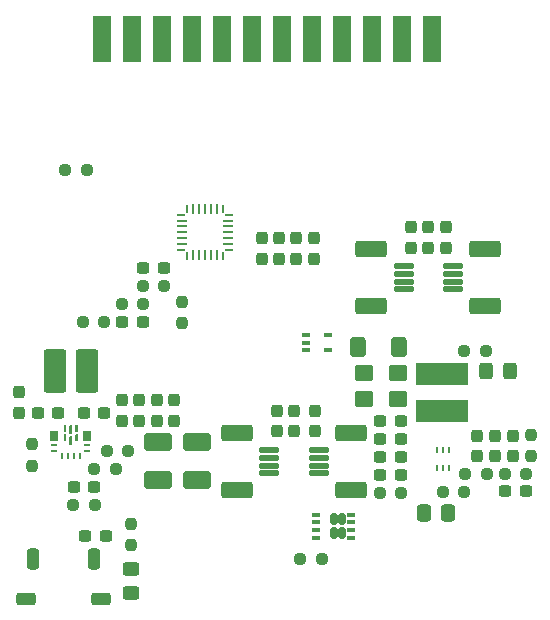
<source format=gtp>
%TF.GenerationSoftware,KiCad,Pcbnew,9.0.0-9.0.0-2~ubuntu24.04.1*%
%TF.CreationDate,2025-02-26T14:58:08+01:00*%
%TF.ProjectId,SupplyBoard,53757070-6c79-4426-9f61-72642e6b6963,rev?*%
%TF.SameCoordinates,Original*%
%TF.FileFunction,Paste,Top*%
%TF.FilePolarity,Positive*%
%FSLAX46Y46*%
G04 Gerber Fmt 4.6, Leading zero omitted, Abs format (unit mm)*
G04 Created by KiCad (PCBNEW 9.0.0-9.0.0-2~ubuntu24.04.1) date 2025-02-26 14:58:08*
%MOMM*%
%LPD*%
G01*
G04 APERTURE LIST*
G04 Aperture macros list*
%AMRoundRect*
0 Rectangle with rounded corners*
0 $1 Rounding radius*
0 $2 $3 $4 $5 $6 $7 $8 $9 X,Y pos of 4 corners*
0 Add a 4 corners polygon primitive as box body*
4,1,4,$2,$3,$4,$5,$6,$7,$8,$9,$2,$3,0*
0 Add four circle primitives for the rounded corners*
1,1,$1+$1,$2,$3*
1,1,$1+$1,$4,$5*
1,1,$1+$1,$6,$7*
1,1,$1+$1,$8,$9*
0 Add four rect primitives between the rounded corners*
20,1,$1+$1,$2,$3,$4,$5,0*
20,1,$1+$1,$4,$5,$6,$7,0*
20,1,$1+$1,$6,$7,$8,$9,0*
20,1,$1+$1,$8,$9,$2,$3,0*%
%AMFreePoly0*
4,1,14,0.230680,0.111820,0.364320,-0.021820,0.377500,-0.053640,0.377500,-0.080000,0.364320,-0.111820,0.332500,-0.125000,-0.332500,-0.125000,-0.364320,-0.111820,-0.377500,-0.080000,-0.377500,0.080000,-0.364320,0.111820,-0.332500,0.125000,0.198860,0.125000,0.230680,0.111820,0.230680,0.111820,$1*%
%AMFreePoly1*
4,1,14,0.364320,0.111820,0.377500,0.080000,0.377500,0.053640,0.364320,0.021820,0.230680,-0.111820,0.198860,-0.125000,-0.332500,-0.125000,-0.364320,-0.111820,-0.377500,-0.080000,-0.377500,0.080000,-0.364320,0.111820,-0.332500,0.125000,0.332500,0.125000,0.364320,0.111820,0.364320,0.111820,$1*%
%AMFreePoly2*
4,1,14,0.111820,0.364320,0.125000,0.332500,0.125000,-0.332500,0.111820,-0.364320,0.080000,-0.377500,-0.080000,-0.377500,-0.111820,-0.364320,-0.125000,-0.332500,-0.125000,0.198860,-0.111820,0.230680,0.021820,0.364320,0.053640,0.377500,0.080000,0.377500,0.111820,0.364320,0.111820,0.364320,$1*%
%AMFreePoly3*
4,1,14,-0.021820,0.364320,0.111820,0.230680,0.125000,0.198860,0.125000,-0.332500,0.111820,-0.364320,0.080000,-0.377500,-0.080000,-0.377500,-0.111820,-0.364320,-0.125000,-0.332500,-0.125000,0.332500,-0.111820,0.364320,-0.080000,0.377500,-0.053640,0.377500,-0.021820,0.364320,-0.021820,0.364320,$1*%
%AMFreePoly4*
4,1,14,0.364320,0.111820,0.377500,0.080000,0.377500,-0.080000,0.364320,-0.111820,0.332500,-0.125000,-0.198860,-0.125000,-0.230680,-0.111820,-0.364320,0.021820,-0.377500,0.053640,-0.377500,0.080000,-0.364320,0.111820,-0.332500,0.125000,0.332500,0.125000,0.364320,0.111820,0.364320,0.111820,$1*%
%AMFreePoly5*
4,1,14,0.364320,0.111820,0.377500,0.080000,0.377500,-0.080000,0.364320,-0.111820,0.332500,-0.125000,-0.332500,-0.125000,-0.364320,-0.111820,-0.377500,-0.080000,-0.377500,-0.053640,-0.364320,-0.021820,-0.230680,0.111820,-0.198860,0.125000,0.332500,0.125000,0.364320,0.111820,0.364320,0.111820,$1*%
%AMFreePoly6*
4,1,14,0.111820,0.364320,0.125000,0.332500,0.125000,-0.198860,0.111820,-0.230680,-0.021820,-0.364320,-0.053640,-0.377500,-0.080000,-0.377500,-0.111820,-0.364320,-0.125000,-0.332500,-0.125000,0.332500,-0.111820,0.364320,-0.080000,0.377500,0.080000,0.377500,0.111820,0.364320,0.111820,0.364320,$1*%
%AMFreePoly7*
4,1,14,0.111820,0.364320,0.125000,0.332500,0.125000,-0.332500,0.111820,-0.364320,0.080000,-0.377500,0.053640,-0.377500,0.021820,-0.364320,-0.111820,-0.230680,-0.125000,-0.198860,-0.125000,0.332500,-0.111820,0.364320,-0.080000,0.377500,0.080000,0.377500,0.111820,0.364320,0.111820,0.364320,$1*%
G04 Aperture macros list end*
%ADD10C,0.000000*%
%ADD11RoundRect,0.237500X0.237500X-0.300000X0.237500X0.300000X-0.237500X0.300000X-0.237500X-0.300000X0*%
%ADD12RoundRect,0.237500X-0.237500X0.300000X-0.237500X-0.300000X0.237500X-0.300000X0.237500X0.300000X0*%
%ADD13RoundRect,0.237500X0.300000X0.237500X-0.300000X0.237500X-0.300000X-0.237500X0.300000X-0.237500X0*%
%ADD14RoundRect,0.100000X-0.225000X-0.100000X0.225000X-0.100000X0.225000X0.100000X-0.225000X0.100000X0*%
%ADD15FreePoly0,0.000000*%
%ADD16RoundRect,0.062500X-0.375000X-0.062500X0.375000X-0.062500X0.375000X0.062500X-0.375000X0.062500X0*%
%ADD17FreePoly1,0.000000*%
%ADD18FreePoly2,0.000000*%
%ADD19RoundRect,0.062500X-0.062500X-0.375000X0.062500X-0.375000X0.062500X0.375000X-0.062500X0.375000X0*%
%ADD20FreePoly3,0.000000*%
%ADD21FreePoly4,0.000000*%
%ADD22FreePoly5,0.000000*%
%ADD23FreePoly6,0.000000*%
%ADD24FreePoly7,0.000000*%
%ADD25RoundRect,0.237500X-0.250000X-0.237500X0.250000X-0.237500X0.250000X0.237500X-0.250000X0.237500X0*%
%ADD26RoundRect,0.237500X-0.300000X-0.237500X0.300000X-0.237500X0.300000X0.237500X-0.300000X0.237500X0*%
%ADD27RoundRect,0.125000X-0.687500X-0.125000X0.687500X-0.125000X0.687500X0.125000X-0.687500X0.125000X0*%
%ADD28RoundRect,0.237500X0.250000X0.237500X-0.250000X0.237500X-0.250000X-0.237500X0.250000X-0.237500X0*%
%ADD29RoundRect,0.249999X1.075001X-0.450001X1.075001X0.450001X-1.075001X0.450001X-1.075001X-0.450001X0*%
%ADD30RoundRect,0.237500X-0.237500X0.250000X-0.237500X-0.250000X0.237500X-0.250000X0.237500X0.250000X0*%
%ADD31RoundRect,0.262500X0.562500X0.262500X-0.562500X0.262500X-0.562500X-0.262500X0.562500X-0.262500X0*%
%ADD32RoundRect,0.262500X0.262500X-0.637500X0.262500X0.637500X-0.262500X0.637500X-0.262500X-0.637500X0*%
%ADD33RoundRect,0.250000X0.537500X0.425000X-0.537500X0.425000X-0.537500X-0.425000X0.537500X-0.425000X0*%
%ADD34RoundRect,0.250001X-0.924999X0.499999X-0.924999X-0.499999X0.924999X-0.499999X0.924999X0.499999X0*%
%ADD35RoundRect,0.250000X0.450000X-0.325000X0.450000X0.325000X-0.450000X0.325000X-0.450000X-0.325000X0*%
%ADD36RoundRect,0.250000X0.337500X0.475000X-0.337500X0.475000X-0.337500X-0.475000X0.337500X-0.475000X0*%
%ADD37RoundRect,0.250000X0.325000X0.450000X-0.325000X0.450000X-0.325000X-0.450000X0.325000X-0.450000X0*%
%ADD38R,0.279400X0.609600*%
%ADD39RoundRect,0.237500X0.237500X-0.250000X0.237500X0.250000X-0.237500X0.250000X-0.237500X-0.250000X0*%
%ADD40RoundRect,0.250000X0.400000X0.600000X-0.400000X0.600000X-0.400000X-0.600000X0.400000X-0.600000X0*%
%ADD41R,0.240000X0.599999*%
%ADD42R,0.599999X0.240000*%
%ADD43R,0.700001X0.850001*%
%ADD44RoundRect,0.150000X-0.150000X-0.350000X0.150000X-0.350000X0.150000X0.350000X-0.150000X0.350000X0*%
%ADD45RoundRect,0.105000X-0.245000X-0.105000X0.245000X-0.105000X0.245000X0.105000X-0.245000X0.105000X0*%
%ADD46R,4.500000X1.900000*%
%ADD47RoundRect,0.250000X-0.700000X-1.600000X0.700000X-1.600000X0.700000X1.600000X-0.700000X1.600000X0*%
%ADD48R,1.500000X4.000000*%
G04 APERTURE END LIST*
D10*
%TO.C,U2*%
G36*
X159645756Y-86284959D02*
G01*
X159655136Y-86287804D01*
X159663780Y-86292427D01*
X159671357Y-86298645D01*
X159677574Y-86306222D01*
X159682195Y-86314865D01*
X159685040Y-86324246D01*
X159686000Y-86333999D01*
X159686000Y-86984000D01*
X159685040Y-86993754D01*
X159682195Y-87003134D01*
X159677574Y-87011778D01*
X159671357Y-87019355D01*
X159663780Y-87025573D01*
X159655136Y-87030195D01*
X159645756Y-87033040D01*
X159636000Y-87034000D01*
X159486000Y-87034000D01*
X159476246Y-87033040D01*
X159466866Y-87030195D01*
X159458223Y-87025573D01*
X159450646Y-87019355D01*
X159444428Y-87011778D01*
X159439808Y-87003134D01*
X159436963Y-86993754D01*
X159436000Y-86984000D01*
X159436000Y-86333999D01*
X159436963Y-86324246D01*
X159439808Y-86314865D01*
X159444428Y-86306222D01*
X159450646Y-86298645D01*
X159458223Y-86292427D01*
X159466866Y-86287804D01*
X159476246Y-86284959D01*
X159486000Y-86283999D01*
X159636000Y-86283999D01*
X159645756Y-86284959D01*
G37*
G36*
X159645753Y-86284959D02*
G01*
X159655134Y-86287804D01*
X159663777Y-86292424D01*
X159671354Y-86298642D01*
X159677572Y-86306219D01*
X159682195Y-86314863D01*
X159685040Y-86324243D01*
X159686000Y-86333999D01*
X159686000Y-86483999D01*
X159685040Y-86493752D01*
X159682195Y-86503133D01*
X159677572Y-86511776D01*
X159671354Y-86519353D01*
X159663777Y-86525571D01*
X159655134Y-86530191D01*
X159645753Y-86533036D01*
X159636000Y-86533999D01*
X159136001Y-86533999D01*
X159126247Y-86533036D01*
X159116867Y-86530191D01*
X159108223Y-86525571D01*
X159100646Y-86519353D01*
X159094429Y-86511776D01*
X159089806Y-86503133D01*
X159086961Y-86493752D01*
X159086001Y-86483999D01*
X159086001Y-86333999D01*
X159086961Y-86324243D01*
X159089806Y-86314863D01*
X159094429Y-86306219D01*
X159100646Y-86298642D01*
X159108223Y-86292424D01*
X159116867Y-86287804D01*
X159126247Y-86284959D01*
X159136001Y-86283999D01*
X159636000Y-86283999D01*
X159645753Y-86284959D01*
G37*
G36*
X159645753Y-86784963D02*
G01*
X159655134Y-86787808D01*
X159663777Y-86792429D01*
X159671354Y-86798646D01*
X159677572Y-86806223D01*
X159682195Y-86814867D01*
X159685040Y-86824247D01*
X159686000Y-86834001D01*
X159686000Y-86984000D01*
X159685040Y-86993757D01*
X159682195Y-87003137D01*
X159677572Y-87011780D01*
X159671354Y-87019357D01*
X159663777Y-87025575D01*
X159655134Y-87030195D01*
X159645753Y-87033040D01*
X159636000Y-87034000D01*
X159136001Y-87034000D01*
X159126247Y-87033040D01*
X159116867Y-87030195D01*
X159108223Y-87025575D01*
X159100646Y-87019357D01*
X159094429Y-87011780D01*
X159089806Y-87003137D01*
X159086961Y-86993757D01*
X159086001Y-86984000D01*
X159086001Y-86834001D01*
X159086961Y-86824247D01*
X159089806Y-86814867D01*
X159094429Y-86806223D01*
X159100646Y-86798646D01*
X159108223Y-86792429D01*
X159116867Y-86787808D01*
X159126247Y-86784963D01*
X159136001Y-86784001D01*
X159636000Y-86784001D01*
X159645753Y-86784963D01*
G37*
G36*
X160370756Y-85734460D02*
G01*
X160380136Y-85737305D01*
X160388780Y-85741928D01*
X160396356Y-85748146D01*
X160402574Y-85755722D01*
X160407195Y-85764366D01*
X160410039Y-85773746D01*
X160411002Y-85783500D01*
X160411002Y-86258500D01*
X160410039Y-86268254D01*
X160407195Y-86277634D01*
X160402574Y-86286278D01*
X160396356Y-86293854D01*
X160388780Y-86300072D01*
X160380136Y-86304695D01*
X160370756Y-86307540D01*
X160361002Y-86308500D01*
X160211002Y-86308500D01*
X160201246Y-86307540D01*
X160191866Y-86304695D01*
X160183222Y-86300072D01*
X160175646Y-86293854D01*
X160169428Y-86286278D01*
X160164807Y-86277634D01*
X160161963Y-86268254D01*
X160161003Y-86258500D01*
X160161003Y-85783500D01*
X160161963Y-85773746D01*
X160164807Y-85764366D01*
X160169428Y-85755722D01*
X160175646Y-85748146D01*
X160183222Y-85741928D01*
X160191866Y-85737305D01*
X160201246Y-85734460D01*
X160211002Y-85733500D01*
X160361002Y-85733500D01*
X160370756Y-85734460D01*
G37*
G36*
X160370756Y-86509460D02*
G01*
X160380136Y-86512305D01*
X160388780Y-86516927D01*
X160396356Y-86523145D01*
X160402574Y-86530722D01*
X160407195Y-86539366D01*
X160410039Y-86548746D01*
X160411002Y-86558500D01*
X160411002Y-87033500D01*
X160410039Y-87043254D01*
X160407195Y-87052634D01*
X160402574Y-87061277D01*
X160396356Y-87068854D01*
X160388780Y-87075072D01*
X160380136Y-87079695D01*
X160370756Y-87082540D01*
X160361002Y-87083500D01*
X160211002Y-87083500D01*
X160201246Y-87082540D01*
X160191866Y-87079695D01*
X160183222Y-87075072D01*
X160175646Y-87068854D01*
X160169428Y-87061277D01*
X160164807Y-87052634D01*
X160161963Y-87043254D01*
X160161003Y-87033500D01*
X160161003Y-86558500D01*
X160161963Y-86548746D01*
X160164807Y-86539366D01*
X160169428Y-86530722D01*
X160175646Y-86523145D01*
X160183222Y-86516927D01*
X160191866Y-86512305D01*
X160201246Y-86509460D01*
X160211002Y-86508500D01*
X160361002Y-86508500D01*
X160370756Y-86509460D01*
G37*
G36*
X160870755Y-85764960D02*
G01*
X160880135Y-85767805D01*
X160888779Y-85772425D01*
X160896355Y-85778643D01*
X160902573Y-85786220D01*
X160907194Y-85794864D01*
X160910038Y-85804244D01*
X160910998Y-85813998D01*
X160910998Y-86433999D01*
X160910038Y-86443755D01*
X160907194Y-86453135D01*
X160902573Y-86461779D01*
X160896355Y-86469356D01*
X160888779Y-86475574D01*
X160880135Y-86480194D01*
X160870755Y-86483039D01*
X160860999Y-86483999D01*
X160711001Y-86483999D01*
X160701245Y-86483039D01*
X160691865Y-86480194D01*
X160683221Y-86475574D01*
X160675645Y-86469356D01*
X160669427Y-86461779D01*
X160664806Y-86453135D01*
X160661962Y-86443755D01*
X160661002Y-86433999D01*
X160661002Y-85813998D01*
X160661962Y-85804244D01*
X160664806Y-85794864D01*
X160669427Y-85786220D01*
X160675645Y-85778643D01*
X160683221Y-85772425D01*
X160691865Y-85767805D01*
X160701245Y-85764960D01*
X160711001Y-85763998D01*
X160860999Y-85763998D01*
X160870755Y-85764960D01*
G37*
G36*
X160870755Y-86684961D02*
G01*
X160880135Y-86687806D01*
X160888779Y-86692426D01*
X160896355Y-86698644D01*
X160902573Y-86706221D01*
X160907194Y-86714865D01*
X160910038Y-86724245D01*
X160910998Y-86733998D01*
X160910998Y-87354000D01*
X160910038Y-87363756D01*
X160907194Y-87373136D01*
X160902573Y-87381780D01*
X160896355Y-87389356D01*
X160888779Y-87395574D01*
X160880135Y-87400195D01*
X160870755Y-87403039D01*
X160860999Y-87404000D01*
X160711001Y-87404000D01*
X160701245Y-87403039D01*
X160691865Y-87400195D01*
X160683221Y-87395574D01*
X160675645Y-87389356D01*
X160669427Y-87381780D01*
X160664806Y-87373136D01*
X160661962Y-87363756D01*
X160661002Y-87354000D01*
X160661002Y-86733998D01*
X160661962Y-86724245D01*
X160664806Y-86714865D01*
X160669427Y-86706221D01*
X160675645Y-86698644D01*
X160683221Y-86692426D01*
X160691865Y-86687806D01*
X160701245Y-86684961D01*
X160711001Y-86683998D01*
X160860999Y-86683998D01*
X160870755Y-86684961D01*
G37*
G36*
X161370754Y-85734460D02*
G01*
X161380134Y-85737305D01*
X161388778Y-85741928D01*
X161396354Y-85748146D01*
X161402572Y-85755722D01*
X161407193Y-85764366D01*
X161410037Y-85773746D01*
X161410997Y-85783500D01*
X161410997Y-86258500D01*
X161410037Y-86268254D01*
X161407193Y-86277634D01*
X161402572Y-86286278D01*
X161396354Y-86293854D01*
X161388778Y-86300072D01*
X161380134Y-86304695D01*
X161370754Y-86307540D01*
X161360998Y-86308500D01*
X161210998Y-86308500D01*
X161201244Y-86307540D01*
X161191864Y-86304695D01*
X161183220Y-86300072D01*
X161175644Y-86293854D01*
X161169426Y-86286278D01*
X161164805Y-86277634D01*
X161161961Y-86268254D01*
X161160998Y-86258500D01*
X161160998Y-85783500D01*
X161161961Y-85773746D01*
X161164805Y-85764366D01*
X161169426Y-85755722D01*
X161175644Y-85748146D01*
X161183220Y-85741928D01*
X161191864Y-85737305D01*
X161201244Y-85734460D01*
X161210998Y-85733500D01*
X161360998Y-85733500D01*
X161370754Y-85734460D01*
G37*
G36*
X161370754Y-86509460D02*
G01*
X161380134Y-86512305D01*
X161388778Y-86516927D01*
X161396354Y-86523145D01*
X161402572Y-86530722D01*
X161407193Y-86539366D01*
X161410037Y-86548746D01*
X161410997Y-86558500D01*
X161410997Y-87033500D01*
X161410037Y-87043254D01*
X161407193Y-87052634D01*
X161402572Y-87061277D01*
X161396354Y-87068854D01*
X161388778Y-87075072D01*
X161380134Y-87079695D01*
X161370754Y-87082540D01*
X161360998Y-87083500D01*
X161210998Y-87083500D01*
X161201244Y-87082540D01*
X161191864Y-87079695D01*
X161183220Y-87075072D01*
X161175644Y-87068854D01*
X161169426Y-87061277D01*
X161164805Y-87052634D01*
X161161961Y-87043254D01*
X161160998Y-87033500D01*
X161160998Y-86558500D01*
X161161961Y-86548746D01*
X161164805Y-86539366D01*
X161169426Y-86530722D01*
X161175644Y-86523145D01*
X161183220Y-86516927D01*
X161191864Y-86512305D01*
X161201244Y-86509460D01*
X161210998Y-86508500D01*
X161360998Y-86508500D01*
X161370754Y-86509460D01*
G37*
G36*
X162445753Y-86284959D02*
G01*
X162455133Y-86287804D01*
X162463777Y-86292424D01*
X162471354Y-86298642D01*
X162477571Y-86306219D01*
X162482194Y-86314863D01*
X162485039Y-86324243D01*
X162485999Y-86333999D01*
X162485999Y-86483999D01*
X162485039Y-86493752D01*
X162482194Y-86503133D01*
X162477571Y-86511776D01*
X162471354Y-86519353D01*
X162463777Y-86525571D01*
X162455133Y-86530191D01*
X162445753Y-86533036D01*
X162435999Y-86533999D01*
X161936000Y-86533999D01*
X161926247Y-86533036D01*
X161916866Y-86530191D01*
X161908223Y-86525571D01*
X161900646Y-86519353D01*
X161894428Y-86511776D01*
X161889805Y-86503133D01*
X161886960Y-86493752D01*
X161886000Y-86483999D01*
X161886000Y-86333999D01*
X161886960Y-86324243D01*
X161889805Y-86314863D01*
X161894428Y-86306219D01*
X161900646Y-86298642D01*
X161908223Y-86292424D01*
X161916866Y-86287804D01*
X161926247Y-86284959D01*
X161936000Y-86283999D01*
X162435999Y-86283999D01*
X162445753Y-86284959D01*
G37*
G36*
X162445753Y-86784963D02*
G01*
X162455133Y-86787808D01*
X162463777Y-86792429D01*
X162471354Y-86798646D01*
X162477571Y-86806223D01*
X162482194Y-86814867D01*
X162485039Y-86824247D01*
X162485999Y-86834001D01*
X162485999Y-86984000D01*
X162485039Y-86993757D01*
X162482194Y-87003137D01*
X162477571Y-87011780D01*
X162471354Y-87019357D01*
X162463777Y-87025575D01*
X162455133Y-87030195D01*
X162445753Y-87033040D01*
X162435999Y-87034000D01*
X161936000Y-87034000D01*
X161926247Y-87033040D01*
X161916866Y-87030195D01*
X161908223Y-87025575D01*
X161900646Y-87019357D01*
X161894428Y-87011780D01*
X161889805Y-87003137D01*
X161886960Y-86993757D01*
X161886000Y-86984000D01*
X161886000Y-86834001D01*
X161886960Y-86824247D01*
X161889805Y-86814867D01*
X161894428Y-86806223D01*
X161900646Y-86798646D01*
X161908223Y-86792429D01*
X161916866Y-86787808D01*
X161926247Y-86784963D01*
X161936000Y-86784001D01*
X162435999Y-86784001D01*
X162445753Y-86784963D01*
G37*
G36*
X162095754Y-86284959D02*
G01*
X162105134Y-86287804D01*
X162113777Y-86292427D01*
X162121354Y-86298645D01*
X162127572Y-86306222D01*
X162132192Y-86314865D01*
X162135037Y-86324246D01*
X162136000Y-86333999D01*
X162136000Y-86984000D01*
X162135037Y-86993754D01*
X162132192Y-87003134D01*
X162127572Y-87011778D01*
X162121354Y-87019355D01*
X162113777Y-87025573D01*
X162105134Y-87030195D01*
X162095754Y-87033040D01*
X162086000Y-87034000D01*
X161936000Y-87034000D01*
X161926244Y-87033040D01*
X161916864Y-87030195D01*
X161908220Y-87025573D01*
X161900643Y-87019355D01*
X161894426Y-87011778D01*
X161889805Y-87003134D01*
X161886960Y-86993754D01*
X161886000Y-86984000D01*
X161886000Y-86333999D01*
X161886960Y-86324246D01*
X161889805Y-86314865D01*
X161894426Y-86306222D01*
X161900643Y-86298645D01*
X161908220Y-86292427D01*
X161916864Y-86287804D01*
X161926244Y-86284959D01*
X161936000Y-86283999D01*
X162086000Y-86283999D01*
X162095754Y-86284959D01*
G37*
%TD*%
D11*
%TO.C,C26*%
X191058800Y-70712500D03*
X191058800Y-68987500D03*
%TD*%
D12*
%TO.C,C15*%
X195173600Y-86616200D03*
X195173600Y-88341200D03*
%TD*%
D13*
%TO.C,C36*%
X168654243Y-72390000D03*
X166929243Y-72390000D03*
%TD*%
D14*
%TO.C,U6*%
X180660000Y-78090000D03*
X180660000Y-78740000D03*
X180660000Y-79390000D03*
X182560000Y-79390000D03*
X182560000Y-78090000D03*
%TD*%
D11*
%TO.C,C8*%
X168050400Y-85353000D03*
X168050400Y-83628000D03*
%TD*%
D15*
%TO.C,U1*%
X170135743Y-67907880D03*
D16*
X170195743Y-68407880D03*
X170195743Y-68907880D03*
X170195743Y-69407880D03*
X170195743Y-69907880D03*
X170195743Y-70407880D03*
D17*
X170135743Y-70907880D03*
D18*
X170633243Y-71405380D03*
D19*
X171133243Y-71345380D03*
X171633243Y-71345380D03*
X172133243Y-71345380D03*
X172633243Y-71345380D03*
X173133243Y-71345380D03*
D20*
X173633243Y-71405380D03*
D21*
X174130743Y-70907880D03*
D16*
X174070743Y-70407880D03*
X174070743Y-69907880D03*
X174070743Y-69407880D03*
X174070743Y-68907880D03*
X174070743Y-68407880D03*
D22*
X174130743Y-67907880D03*
D23*
X173633243Y-67410380D03*
D19*
X173133243Y-67470380D03*
X172633243Y-67470380D03*
X172133243Y-67470380D03*
X171633243Y-67470380D03*
X171133243Y-67470380D03*
D24*
X170633243Y-67410380D03*
%TD*%
D25*
%TO.C,R9*%
X197510400Y-89865200D03*
X199335400Y-89865200D03*
%TD*%
D26*
%TO.C,C19*%
X186994800Y-88392000D03*
X188719800Y-88392000D03*
%TD*%
D27*
%TO.C,U5*%
X177566849Y-87873351D03*
X177566849Y-88523351D03*
X177566849Y-89173351D03*
X177566849Y-89823351D03*
X181791849Y-89823351D03*
X181791849Y-89173351D03*
X181791849Y-88523351D03*
X181791849Y-87873351D03*
%TD*%
D25*
%TO.C,R21*%
X160319776Y-64169308D03*
X162144776Y-64169308D03*
%TD*%
D11*
%TO.C,C25*%
X179700649Y-86236851D03*
X179700649Y-84511851D03*
%TD*%
D26*
%TO.C,C17*%
X186994800Y-85404000D03*
X188719800Y-85404000D03*
%TD*%
D13*
%TO.C,C29*%
X163715200Y-95123000D03*
X161990200Y-95123000D03*
%TD*%
D26*
%TO.C,C20*%
X186994800Y-89916000D03*
X188719800Y-89916000D03*
%TD*%
D28*
%TO.C,R17*%
X166928000Y-75488800D03*
X165103000Y-75488800D03*
%TD*%
D29*
%TO.C,R13*%
X195884800Y-75653600D03*
X195884800Y-70853600D03*
%TD*%
D30*
%TO.C,R1*%
X157509400Y-87340200D03*
X157509400Y-89165200D03*
%TD*%
D28*
%TO.C,R25*%
X195893200Y-79424600D03*
X194068200Y-79424600D03*
%TD*%
D12*
%TO.C,C31*%
X179880243Y-69926080D03*
X179880243Y-71651080D03*
%TD*%
%TO.C,C23*%
X181457349Y-84511851D03*
X181457349Y-86236851D03*
%TD*%
D27*
%TO.C,U4*%
X188946300Y-72278600D03*
X188946300Y-72928600D03*
X188946300Y-73578600D03*
X188946300Y-74228600D03*
X193171300Y-74228600D03*
X193171300Y-73578600D03*
X193171300Y-72928600D03*
X193171300Y-72278600D03*
%TD*%
D28*
%TO.C,R4*%
X162816100Y-92518000D03*
X160991100Y-92518000D03*
%TD*%
D12*
%TO.C,C32*%
X178407043Y-69926080D03*
X178407043Y-71651080D03*
%TD*%
D11*
%TO.C,C6*%
X165104000Y-85353000D03*
X165104000Y-83628000D03*
%TD*%
D26*
%TO.C,C4*%
X161040000Y-90994000D03*
X162765000Y-90994000D03*
%TD*%
D11*
%TO.C,C7*%
X166556400Y-85353000D03*
X166556400Y-83628000D03*
%TD*%
D29*
%TO.C,R11*%
X186232800Y-75653600D03*
X186232800Y-70853600D03*
%TD*%
D25*
%TO.C,R5*%
X194184900Y-89890600D03*
X196009900Y-89890600D03*
%TD*%
D11*
%TO.C,C9*%
X169523600Y-85353000D03*
X169523600Y-83628000D03*
%TD*%
D25*
%TO.C,R19*%
X166879243Y-73914000D03*
X168704243Y-73914000D03*
%TD*%
D31*
%TO.C,SW1*%
X157009200Y-100457000D03*
X163309200Y-100457000D03*
D32*
X157609200Y-97082000D03*
X162709200Y-97082000D03*
%TD*%
D11*
%TO.C,C27*%
X178227449Y-86236851D03*
X178227449Y-84511851D03*
%TD*%
D33*
%TO.C,C22*%
X188447400Y-83515200D03*
X185572400Y-83515200D03*
%TD*%
D25*
%TO.C,R14*%
X180201700Y-97028000D03*
X182026700Y-97028000D03*
%TD*%
D28*
%TO.C,R2*%
X165660900Y-87895200D03*
X163835900Y-87895200D03*
%TD*%
D34*
%TO.C,C10*%
X171446000Y-87164600D03*
X171446000Y-90414600D03*
%TD*%
D35*
%TO.C,D1*%
X165874200Y-99958000D03*
X165874200Y-97908000D03*
%TD*%
D12*
%TO.C,C33*%
X176943043Y-69926080D03*
X176943043Y-71651080D03*
%TD*%
D29*
%TO.C,R10*%
X174823849Y-91198351D03*
X174823849Y-86398351D03*
%TD*%
D36*
%TO.C,C16*%
X192729400Y-93192600D03*
X190654400Y-93192600D03*
%TD*%
D37*
%TO.C,D3*%
X197951200Y-81177200D03*
X195901200Y-81177200D03*
%TD*%
D11*
%TO.C,C28*%
X189585600Y-70712500D03*
X189585600Y-68987500D03*
%TD*%
D28*
%TO.C,R7*%
X188770900Y-91440000D03*
X186945900Y-91440000D03*
%TD*%
D38*
%TO.C,U3*%
X192803526Y-87871300D03*
X192303400Y-87871300D03*
X191803274Y-87871300D03*
X191803274Y-89369900D03*
X192303400Y-89369900D03*
X192803526Y-89369900D03*
%TD*%
D12*
%TO.C,C24*%
X192532000Y-68987500D03*
X192532000Y-70712500D03*
%TD*%
D39*
%TO.C,R8*%
X199745600Y-88388200D03*
X199745600Y-86563200D03*
%TD*%
D26*
%TO.C,C18*%
X186994800Y-86868000D03*
X188719800Y-86868000D03*
%TD*%
D30*
%TO.C,R18*%
X170228243Y-75287500D03*
X170228243Y-77112500D03*
%TD*%
D40*
%TO.C,D2*%
X188569600Y-79095600D03*
X185069600Y-79095600D03*
%TD*%
D28*
%TO.C,R3*%
X164594100Y-89419200D03*
X162769100Y-89419200D03*
%TD*%
D26*
%TO.C,C37*%
X165153000Y-76962000D03*
X166878000Y-76962000D03*
%TD*%
D13*
%TO.C,C35*%
X199289900Y-91346000D03*
X197564900Y-91346000D03*
%TD*%
D29*
%TO.C,R12*%
X184475849Y-91198351D03*
X184475849Y-86398351D03*
%TD*%
D28*
%TO.C,R16*%
X163626000Y-76962000D03*
X161801000Y-76962000D03*
%TD*%
%TO.C,R6*%
X194104900Y-91414600D03*
X192279900Y-91414600D03*
%TD*%
D39*
%TO.C,R24*%
X165874200Y-95908500D03*
X165874200Y-94083500D03*
%TD*%
D12*
%TO.C,C12*%
X198221600Y-86616200D03*
X198221600Y-88341200D03*
%TD*%
D13*
%TO.C,C5*%
X163578900Y-84745600D03*
X161853900Y-84745600D03*
%TD*%
D41*
%TO.C,U2*%
X160035999Y-88334000D03*
X160535998Y-88334000D03*
X161036000Y-88334000D03*
X161535998Y-88334000D03*
D42*
X162186000Y-87909000D03*
X162186000Y-87409001D03*
D43*
X162186000Y-86659000D03*
X162186000Y-86659000D03*
X159386000Y-86659000D03*
X159386000Y-86659000D03*
D42*
X159386000Y-87409001D03*
X159386000Y-87909000D03*
%TD*%
D12*
%TO.C,C30*%
X181353443Y-69926080D03*
X181353443Y-71651080D03*
%TD*%
D44*
%TO.C,Q1*%
X183054600Y-93719800D03*
X183054600Y-94849800D03*
X183764600Y-93719800D03*
X183764600Y-94849800D03*
D45*
X184534600Y-93309800D03*
X184534600Y-93959800D03*
X184534600Y-94609800D03*
X184534600Y-95259800D03*
X181534600Y-93309800D03*
X181534600Y-93959800D03*
X181534600Y-94609800D03*
X181534600Y-95259800D03*
%TD*%
D11*
%TO.C,C3*%
X156366400Y-84693700D03*
X156366400Y-82968700D03*
%TD*%
D46*
%TO.C,L2*%
X192227200Y-84531200D03*
X192227200Y-81431200D03*
%TD*%
D12*
%TO.C,C13*%
X196697600Y-86616200D03*
X196697600Y-88341200D03*
%TD*%
D33*
%TO.C,C21*%
X188447400Y-81356200D03*
X185572400Y-81356200D03*
%TD*%
D47*
%TO.C,L1*%
X159436000Y-81189600D03*
X162136000Y-81189600D03*
%TD*%
D34*
%TO.C,C11*%
X168148000Y-87169500D03*
X168148000Y-90419500D03*
%TD*%
D26*
%TO.C,C2*%
X157993100Y-84745600D03*
X159718100Y-84745600D03*
%TD*%
D48*
%TO.C,J3*%
X191390000Y-53000000D03*
X188850000Y-53000000D03*
X186310000Y-53000000D03*
X183770000Y-53000000D03*
X181230000Y-53000000D03*
X178690000Y-53000000D03*
X176150000Y-53000000D03*
X173610000Y-53000000D03*
X171070000Y-53000000D03*
X168530000Y-53000000D03*
X165990000Y-53000000D03*
X163450000Y-53000000D03*
%TD*%
M02*

</source>
